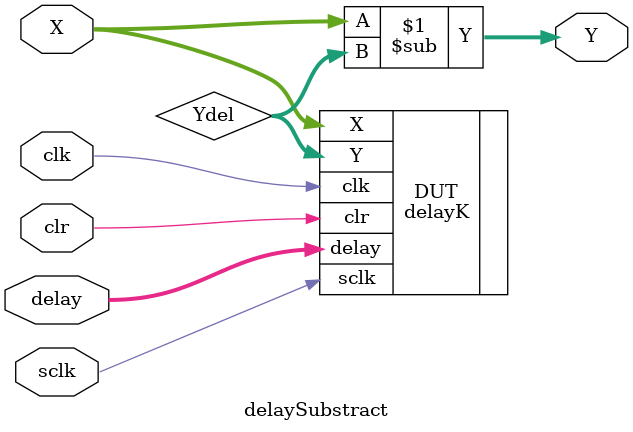
<source format=v>
module delaySubstract #(parameter Nbits = 14,
                parameter ADDR_WIDTH = 8
                )(X, Y, delay, clk, sclk, clr);


  input clk;
  input clr;
  input sclk;

  input signed [Nbits-1:0] X;
  output signed [Nbits-1:0] Y;
  wire signed [Nbits-1:0] Ydel;

  input [ADDR_WIDTH - 1:0] delay; 

  localparam MAX_DELAY = 1 << ADDR_WIDTH;
  reg [ADDR_WIDTH-1:0] DelayK [MAX_DELAY:0];

  integer i;

  

  delayK  #(.Nbits(Nbits), .ADDR_WIDTH(ADDR_WIDTH)) DUT (.X(X), .Y(Ydel), .clk(clk), .sclk(sclk), .clr(clr), .delay(delay));
  assign Y = X - Ydel;

endmodule

</source>
